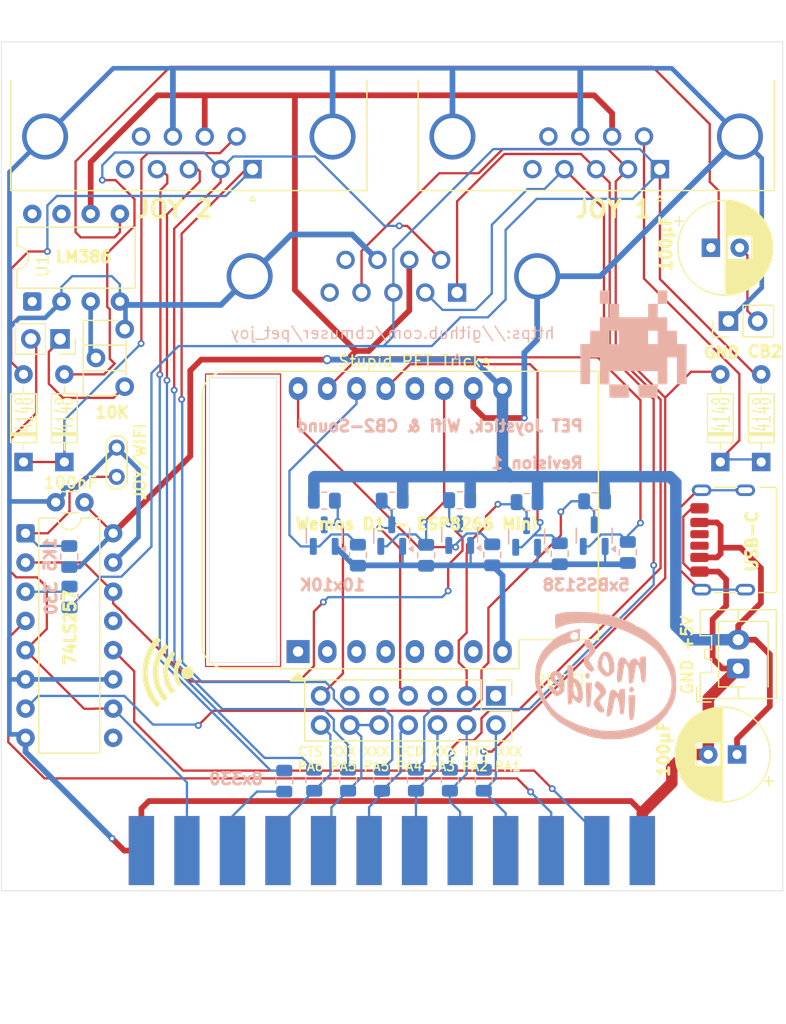
<source format=kicad_pcb>
(kicad_pcb (version 20241229) (generator "pcbnew") (generator_version "9.0")
  (layers (0 "F.Cu" signal) (2 "B.Cu" signal) (13 "F.Paste" user) (15 "B.Paste" user) (5 "F.SilkS" user "F.Silkscreen") (7 "B.SilkS" user "B.Silkscreen") (1 "F.Mask" user) (3 "B.Mask" user) (25 "Edge.Cuts" user))
  (net 0 "")
  (net 1 "GND")
  (net 2 "Net-(D1-K)")
  (net 3 "VCC")
  (net 4 "Net-(D3-A)")
  (net 5 "Net-(D3-K)")
  (net 8 "Net-(J3-Pad4)")
  (net 10 "Net-(J3-Pad3)")
  (net 11 "Net-(JP2-B)")
  (net 13 "Net-(U2-I1a)")
  (net 14 "PA3")
  (net 15 "SOUND")
  (net 16 "MODEM_TX")
  (net 17 "MODEM_RX")
  (net 19 "VDD")
  (net 21 "RX")
  (net 22 "TX")
  (net 23 "PA2")
  (net 29 "PA1")
  (net 30 "PA0")
  (net 31 "PA5")
  (net 32 "CB2")
  (net 34 "PA4")
  (net 35 "CA1")
  (net 38 "PA6")
  (net 39 "PA7")
  (net 41 "unconnected-(J4-SHIELD-PadS1)")
  (net 46 "CTS_H")
  (net 47 "DCD_H")
  (net 49 "RTS_H")
  (net 50 "CTS")
  (net 51 "RTS")
  (net 52 "DCD")
  (net 63 "_PA1")
  (net 64 "_PA0")
  (net 65 "_PA5")
  (net 66 "_PA2")
  (net 67 "_PA3")
  (net 71 "Net-(C3-Pad1)")
  (net 72 "Net-(J7-Pin_2)")
  (net 73 "Net-(U1-+)")
  (net 74 "Net-(J8-Pin_1)")
  (footprint "Connector_USB:USB_C_Receptacle_HRO_TYPE-C-31-M-17" (layer "F.Cu") (at 132.14 104.5 90)
    (property "Reference" "J4" (hide yes))
    (property "Value" "USB_C_Receptacle_PowerOnly_6P" (hide yes))
  )
  (footprint "Diode_THT:D_DO-35_SOD27_P7.62mm_Horizontal" (layer "F.Cu") (at 70.175 97.725 90)
    (property "Reference" "D3" (hide yes))
    (property "Value" "1N4148" (hide yes))
  )
  (footprint "Diode_THT:D_DO-35_SOD27_P7.62mm_Horizontal" (layer "F.Cu") (at 130.775 97.725 90)
    (property "Reference" "D1" (hide yes))
    (property "Value" "1N4148" (hide yes))
  )
  (footprint "Diode_THT:D_DO-35_SOD27_P7.62mm_Horizontal" (layer "F.Cu") (at 73.725 97.725 90)
    (property "Reference" "D4" (hide yes))
    (property "Value" "1N4148" (hide yes))
  )
  (footprint "Package_DIP:DIP-8_W7.62mm" (layer "F.Cu") (at 70.935 83.775 90)
    (property "Reference" "U1")
    (property "Value" "LM386" (hide yes))
  )
  (footprint "MountingHole:MountingHole_3.2mm_M3" (layer "F.Cu") (at 132.65 130.875)
    (property "Reference" "H2" (hide yes))
    (property "Value" "MountingHole" (hide yes))
  )
  (footprint "Diode_THT:D_DO-35_SOD27_P7.62mm_Horizontal" (layer "F.Cu") (at 134.325 97.725 90)
    (property "Reference" "D2" (hide yes))
    (property "Value" "1N4148" (hide yes))
  )
  (footprint "Capacitor_THT:CP_Radial_D8.0mm_P2.50mm" (layer "F.Cu") (at 132.225 123.15 180)
    (property "Reference" "C1" (hide yes))
    (property "Value" "C_Polarized" (hide yes))
  )
  (footprint "Connector_JST:JST_XA_B02B-XASK-1-A_1x02_P2.50mm_Vertical" (layer "F.Cu") (at 132.325 115.675 90)
    (property "Reference" "J6" (hide yes))
    (property "Value" "POWER" (hide yes))
  )
  (footprint "Connector_PinSocket_2.54mm:PinSocket_1x02_P2.54mm_Vertical" (layer "F.Cu") (at 73.35 87.025 -90)
    (property "Reference" "J8" (hide yes))
    (property "Value" "CB2" (hide yes))
  )
  (footprint "Capacitor_THT:C_Disc_D3.0mm_W1.6mm_P2.50mm" (layer "F.Cu") (at 75.475 101.225 180)
    (property "Reference" "C2" (hide yes))
    (property "Value" "C_Small" (hide yes))
  )
  (footprint "MountingHole:MountingHole_3.2mm_M3" (layer "F.Cu") (at 71.825 130.9)
    (property "Reference" "H1" (hide yes))
    (property "Value" "MountingHole" (hide yes))
  )
  (footprint "TestPoint:TestPoint_2Pads_Pitch2.54mm_Drill0.8mm" (layer "F.Cu") (at 78.275 96.475 -90)
    (property "Reference" "JP2" (hide yes))
    (property "Value" "Jumper_2_Open" (hide yes))
  )
  (footprint "Connector_PinHeader_2.54mm:PinHeader_1x02_P2.54mm_Vertical" (layer "F.Cu") (at 131.475 85.475 90)
    (property "Reference" "J7" (hide yes))
    (property "Value" "CB2" (hide yes))
  )
  (footprint "Potentiometer_THT:Potentiometer_Piher_PT-6-H_Horizontal" (layer "F.Cu") (at 78.975 91.175 180)
    (property "Reference" "P1" (hide yes))
    (property "Value" "R_Potentiometer_Trim")
  )
  (footprint "Package_DIP:DIP-16_W7.62mm" (layer "F.Cu") (at 70.35 103.92)
    (property "Reference" "U2" (hide yes))
    (property "Value" "74LS157")
  )
  (footprint "Connector_Dsub:DSUB-9_Male_Horizontal_P2.77x2.84mm_EdgePinOffset4.94mm_Housed_MountingHolesOffset4.94mm" (layer "F.Cu") (at 90.09 72.270331 180)
    (property "Reference" "J3" (hide yes))
    (property "Value" "Joystick 2" (hide yes))
  )
  (footprint "Hackup_Commodore:C64-User-Port-Female" (layer "F.Cu") (at 102.205 134.5)
    (property "Reference" "U3" (hide yes))
    (property "Value" "~")
  )
  (footprint "LOGO" (layer "F.Cu") (at 82.75 115.975 90)
    (property "Reference" "G***" (hide yes))
    (property "Value" "LOGO" (hide yes))
  )
  (footprint "Capacitor_THT:CP_Radial_D8.0mm_P2.50mm" (layer "F.Cu") (at 129.95 79.1)
    (property "Reference" "C3" (hide yes))
    (property "Value" "220µF" (hide yes))
  )
  (footprint "Connector_PinHeader_2.54mm:PinHeader_2x07_P2.54mm_Vertical" (layer "F.Cu") (at 111.25 118.05 -90)
    (property "Reference" "J1" (hide yes))
    (property "Value" "Conn_02x07_Odd_Even" (hide yes))
  )
  (footprint "Connector_Dsub:DSUB-9_Male_Horizontal_P2.77x2.84mm_EdgePinOffset4.94mm_Housed_MountingHolesOffset4.94mm" (layer "F.Cu") (at 125.515 72.270331 180)
    (property "Reference" "J2" (hide yes))
    (property "Value" "Joystick 1" (hide yes))
  )
  (footprint "RF_Module:WEMOS_D1_mini_light" (layer "F.Cu") (at 94.05 114.2 90)
    (property "Reference" "U4" (hide yes))
    (property "Value" "WEMOS_D1_mini" (hide yes))
  )
  (footprint "Package_TO_SOT_SMD:SOT-23" (layer "B.Cu") (at 102.195 104.1175 90)
    (property "Reference" "Q7" (hide yes))
    (property "Value" "BSS138" (hide yes))
  )
  (footprint "Resistor_SMD:R_0805_2012Metric" (layer "B.Cu") (at 96.3375 101.0875)
    (property "Reference" "R13" (hide yes))
    (property "Value" "R" (hide yes))
  )
  (footprint "Resistor_SMD:R_0805_2012Metric" (layer "B.Cu") (at 119.8375 101.1375 180)
    (property "Reference" "R9" (hide yes))
    (property "Value" "R")
  )
  (footprint "Resistor_SMD:R_0805_2012Metric" (layer "B.Cu") (at 108.1075 101.0475 180)
    (property "Reference" "R11" (hide yes))
    (property "Value" "R")
  )
  (footprint "Package_TO_SOT_SMD:SOT-23" (layer "B.Cu") (at 96.325 104.125 90)
    (property "Reference" "Q5" (hide yes))
    (property "Value" "BSS138" (hide yes))
  )
  (footprint "Resistor_SMD:R_0805_2012Metric" (layer "B.Cu") (at 99.255 105.825 90)
    (property "Reference" "R14" (hide yes))
    (property "Value" "R")
  )
  (footprint "Package_TO_SOT_SMD:SOT-23" (layer "B.Cu") (at 113.925 104.2 90)
    (property "Reference" "Q6" (hide yes))
    (property "Value" "BSS138" (hide yes))
  )
  (footprint "Resistor_SMD:R_0805_2012Metric" (layer "B.Cu") (at 110.935 105.795 90)
    (property "Reference" "R12" (hide yes))
    (property "Value" "R")
  )
  (footprint "Resistor_SMD:R_0805_2012Metric" (layer "B.Cu") (at 92.85 125.4625 -90)
    (property "Reference" "R8" (hide yes))
    (property "Value" "330" (hide yes))
  )
  (footprint "Connector_Dsub:DSUB-9_Female_Vertical_P2.77x2.84mm_MountingHoles" (layer "B.Cu") (at 107.88 82.995)
    (property "Reference" "J5" (hide yes))
    (property "Value" "Joystick 1" (hide yes))
  )
  (footprint "Resistor_SMD:R_0805_2012Metric" (layer "B.Cu") (at 102.235 101.0875 180)
    (property "Reference" "R21" (hide yes))
    (property "Value" "R")
  )
  (footprint "Resistor_SMD:R_0805_2012Metric" (layer "B.Cu") (at 101.35 125.3875 -90)
    (property "Reference" "R5" (hide yes))
    (property "Value" "330" (hide yes))
  )
  (footprint "Resistor_SMD:R_0805_2012Metric" (layer "B.Cu") (at 122.725 105.5875 90)
    (property "Reference" "R10" (hide yes))
    (property "Value" "R")
  )
  (footprint "Resistor_SMD:R_0805_2012Metric" (layer "B.Cu") (at 104.3 125.3875 -90)
    (property "Reference" "R4" (hide yes))
    (property "Value" "330" (hide yes))
  )
  (footprint "Resistor_SMD:R_0805_2012Metric" (layer "B.Cu") (at 116.8 105.7 90)
    (property "Reference" "R20" (hide yes))
    (property "Value" "R")
  )
  (footprint "Resistor_SMD:R_0805_2012Metric" (layer "B.Cu") (at 74.175 109.4625 90)
    (property "Reference" "R1" (hide yes))
    (property "Value" "330")
  )
  (footprint "Resistor_SMD:R_0805_2012Metric" (layer "B.Cu") (at 107.25 125.3875 -90)
    (property "Reference" "R3" (hide yes))
    (property "Value" "330" (hide yes))
  )
  (footprint "Resistor_SMD:R_0805_2012Metric" (layer "B.Cu") (at 110.2 125.3875 -90)
    (property "Reference" "R2" (hide yes))
    (property "Value" "330" (hide yes))
  )
  (footprint "Resistor_SMD:R_0805_2012Metric" (layer "B.Cu") (at 105.185 105.835 90)
    (property "Reference" "R22" (hide yes))
    (property "Value" "R")
  )
  (footprint "LOGO" (layer "B.Cu") (at 123.225 87.475 180)
    (property "Reference" "G***" (hide yes))
    (property "Value" "LOGO" (hide yes))
  )
  (footprint "Logo:GMP" (layer "B.Cu") (at 120.761643 116.310477 180)
    (property "Reference" "G***" (hide yes))
    (property "Value" "LOGO" (hide yes))
  )
  (footprint "Resistor_SMD:R_0805_2012Metric" (layer "B.Cu") (at 98.4 125.3875 -90)
    (property "Reference" "R6" (hide yes))
    (property "Value" "330" (hide yes))
  )
  (footprint "Package_TO_SOT_SMD:SOT-23" (layer "B.Cu") (at 119.8 104.125 90)
    (property "Reference" "Q3" (hide yes))
    (property "Value" "BSS138" (hide yes))
  )
  (footprint "Package_TO_SOT_SMD:SOT-23" (layer "B.Cu") (at 108.105 104.04 90)
    (property "Reference" "Q4" (hide yes))
    (property "Value" "BSS138" (hide yes))
  )
  (footprint "Resistor_SMD:R_0805_2012Metric" (layer "B.Cu") (at 95.45 125.3875 -90)
    (property "Reference" "R7" (hide yes))
    (property "Value" "330" (hide yes))
  )
  (footprint "Resistor_SMD:R_0805_2012Metric" (layer "B.Cu") (at 113.9625 101.2125 180)
    (property "Reference" "R19" (hide yes))
    (property "Value" "R")
  )
  (footprint "Resistor_SMD:R_0805_2012Metric" (layer "B.Cu") (at 74.155 105.9375 90)
    (property "Reference" "R15" (hide yes))
    (property "Value" "2K" (hide yes))
  )
  (gr_rect (start 86 90.075) (end 92.525 115.5) (stroke (width 0.1)) (fill no) (layer "F.Cu"))
  (gr_line (start 68.25 135) (end 68.25 61.2) (stroke (width 0.05)) (layer "Edge.Cuts"))
  (gr_line (start 136.2 135) (end 136.2 61.2) (stroke (width 0.05)) (layer "Edge.Cuts"))
  (gr_line (start 68.25 61.2) (end 136.2 61.2) (stroke (width 0.05)) (layer "Edge.Cuts"))
  (gr_rect (start 86.35 90.4) (end 92.2 115.15) (stroke (width 0.05)) (fill no) (layer "Edge.Cuts"))
  (gr_line (start 68.25 135) (end 136.2 135) (stroke (width 0.05)) (layer "Edge.Cuts"))
  (gr_text "USB-C" (at 134.1 107.4 90) (layer "F.SilkS") (effects (font (size 1 1) (thickness 0.25) (bold yes)) (justify left bottom)))
  (gr_text "JOY 2" (at 79.8 76.6 0) (layer "F.SilkS") (effects (font (size 1.5 1.5) (thickness 0.3) (bold yes)) (justify left bottom)))
  (gr_text "JOY 1" (at 117.975 76.625 0) (layer "F.SilkS") (effects (font (size 1.5 1.5) (thickness 0.3) (bold yes)) (justify left bottom)))
  (gr_text "100µF" (at 126.425 125.225 90) (layer "F.SilkS") (effects (font (size 1 1) (thickness 0.25) (bold yes)) (justify left bottom)))
  (gr_text "LM386" (at 72.825 80.475 0) (layer "F.SilkS") (effects (font (size 1 1) (thickness 0.25) (bold yes)) (justify left bottom)))
  (gr_text "4148" (at 74.625 95.2 90) (layer "F.SilkS") (effects (font (size 1.5 0.8) (thickness 0.125)) (justify left bottom)))
  (gr_text "Wemos D1 - ESP8266 Mini" (at 93.7 103.7 0) (layer "F.SilkS") (effects (font (size 1 1) (thickness 0.25) (bold yes)) (justify left bottom)))
  (gr_text "CTS XXX XXX DCD XXX RTS XXX\nPA6 PA5 PA5 PA4 PA3 PA2 PA1" (at 93.925 124.65 0) (layer "F.SilkS") (effects (font (size 0.8 0.8)) (justify left bottom)))
  (gr_text "4148" (at 135.275 95.2 90) (layer "F.SilkS") (effects (font (size 1.5 0.8) (thickness 0.125)) (justify left bottom)))
  (gr_text "100µF" (at 126.625 81.275 90) (layer "F.SilkS") (effects (font (size 1 1) (thickness 0.25) (bold yes)) (justify left bottom)))
  (gr_text "CB2" (at 133 88.7 0) (layer "F.SilkS") (effects (font (size 1 1) (thickness 0.25) (bold yes)) (justify left bottom)))
  (gr_text "JOY/WIFI " (at 80.9 101.175 90) (layer "F.SilkS") (effects (font (size 1 1) (thickness 0.2) (bold yes)) (justify left bottom)))
  (gr_text "10K" (at 76.275 94 0) (layer "F.SilkS") (effects (font (size 1 1) (thickness 0.25) (bold yes)) (justify left bottom)))
  (gr_text "Stupid PET Tricks" (at 97.475 89.55 0) (layer "F.SilkS") (effects (font (size 1 1)) (justify left bottom)))
  (gr_text "GND +5V" (at 128.475 118.075 90) (layer "F.SilkS") (effects (font (size 1 1) (thickness 0.2) (bold yes)) (justify left bottom)))
  (gr_text "4148" (at 131.725 95.2 90) (layer "F.SilkS") (effects (font (size 1.5 0.8) (thickness 0.125)) (justify left bottom)))
  (gr_text "100nF" (at 71.825 100.1 0) (layer "F.SilkS") (effects (font (size 1 1) (thickness 0.1875)) (justify left bottom)))
  (gr_text "RESET" (at 114.475 117.325 0) (layer "F.SilkS") (effects (font (size 1 1)) (justify left bottom)))
  (gr_text "74LS257" (at 74.8 115.55 90) (layer "F.SilkS") (effects (font (size 1 1) (thickness 0.25) (bold yes)) (justify left bottom)))
  (gr_text "GND" (at 129.2 88.8 0) (layer "F.SilkS") (effects (font (size 1 1) (thickness 0.25) (bold yes)) (justify left bottom)))
  (gr_text "4148" (at 71.125 95.2 90) (layer "F.SilkS") (effects (font (size 1.5 0.8) (thickness 0.125)) (justify left bottom)))
  (gr_text "330" (at 73.15 107.975 90) (layer "B.SilkS") (effects (font (size 1 1) (thickness 0.25) (bold yes)) (justify left bottom mirror)))
  (gr_text "https://github.com/cbmuser/pet_joy" (at 116.45 87.1 0) (layer "B.SilkS") (effects (font (size 1 1) (thickness 0.125)) (justify left bottom mirror)))
  (gr_text "PET Joystick, Wifi & CB2-Sound\n\nRevision 1" (at 118.95 98.4 0) (layer "B.SilkS") (effects (font (size 1 1) (thickness 0.25) (bold yes)) (justify left bottom mirror)))
  (gr_text "1K5\n" (at 73.075 104.15 90) (layer "B.SilkS") (effects (font (size 1 1) (thickness 0.25) (bold yes)) (justify left bottom mirror)))
  (gr_text "5xBSS138" (at 123.025 109 0) (layer "B.SilkS") (effects (font (size 1 1) (thickness 0.25) (bold yes)) (justify left bottom mirror)))
  (gr_text "10x10K" (at 100 109 0) (layer "B.SilkS") (effects (font (size 1 1) (thickness 0.25) (bold yes)) (justify left bottom mirror)))
  (gr_text "8x330" (at 91.125 125.85 0) (layer "B.SilkS") (effects (font (size 1 1) (thickness 0.25) (bold yes)) (justify left bottom mirror)))
  (segment (start 126.55 125.625) (end 126.55 124.3) (width 1) (layer "F.Cu") (net 1))
  (segment (start 113.725 93.9) (end 110.25 93.9) (width 0.5) (layer "F.Cu") (net 1))
  (segment (start 131.275 110.225) (end 130.1 111.4) (width 0.5) (layer "F.Cu") (net 1))
  (segment (start 78.925 131.5) (end 77.875 130.45) (width 0.5) (layer "F.Cu") (net 1))
  (segment (start 128.96 101.75) (end 128.275 101.75) (width 0.2) (layer "F.Cu") (net 1))
  (segment (start 123.985 128.19) (end 122.995 127.2) (width 0.5) (layer "F.Cu") (net 1))
  (segment (start 81.075 127.2) (end 80.425 127.85) (width 0.5) (layer "F.Cu") (net 1))
  (segment (start 130.1 111.4) (end 130.1 114.825) (width 0.5) (layer "F.Cu") (net 1))
  (segment (start 127.55 102.475) (end 127.55 106.525) (width 0.2) (layer "F.Cu") (net 1))
  (segment (start 80.425 127.85) (end 80.425 131.5) (width 0.5) (layer "F.Cu") (net 1))
  (segment (start 129.725 123.15) (end 129.725 118.275) (width 1) (layer "F.Cu") (net 1))
  (segment (start 110.25 93.9) (end 109.29 92.94) (width 0.5) (layer "F.Cu") (net 1))
  (segment (start 127.55 106.525) (end 128.275 107.25) (width 0.2) (layer "F.Cu") (net 1))
  (segment (start 130.1 114.825) (end 130.95 115.675) (width 0.5) (layer "F.Cu") (net 1))
  (segment (start 123.985 131.5) (end 123.985 128.19) (width 1) (layer "F.Cu") (net 1))
  (segment (start 127.7 123.15) (end 129.725 123.15) (width 1) (layer "F.Cu") (net 1))
  (segment (start 129.725 118.275) (end 132.325 115.675) (width 1) (layer "F.Cu") (net 1))
  (segment (start 130.95 115.675) (end 132.325 115.675) (width 0.5) (layer "F.Cu") (net 1))
  (segment (start 128.275 101.75) (end 127.55 102.475) (width 0.2) (layer "F.Cu") (net 1))
  (segment (start 123.985 128.19) (end 126.55 125.625) (width 1) (layer "F.Cu") (net 1))
  (segment (start 128.275 107.25) (end 128.96 107.25) (width 0.2) (layer "F.Cu") (net 1))
  (segment (start 126.55 124.3) (end 127.7 123.15) (width 1) (layer "F.Cu") (net 1))
  (segment (start 128.96 107.25) (end 130.6 107.25) (width 0.5) (layer "F.Cu") (net 1))
  (segment (start 131.275 107.925) (end 131.275 110.225) (width 0.5) (layer "F.Cu") (net 1))
  (segment (start 80.425 131.5) (end 78.925 131.5) (width 0.5) (layer "F.Cu") (net 1))
  (segment (start 122.995 127.2) (end 81.075 127.2) (width 0.5) (layer "F.Cu") (net 1))
  (segment (start 130.6 107.25) (end 131.275 107.925) (width 0.5) (layer "F.Cu") (net 1))
  (segment (start 109.29 92.94) (end 109.29 91.34) (width 0.5) (layer "F.Cu") (net 1))
  (via (at 113.725 93.9) (size 0.6) (drill 0.3) (layers "F.Cu" "B.Cu") (net 1))
  (via (at 77.875 130.45) (size 0.6) (drill 0.3) (layers "F.Cu" "B.Cu") (net 1))
  (segment (start 78.555 83.775) (end 78.555 82.28) (width 0.2) (layer "B.Cu") (net 1))
  (segment (start 73.475 82.5) (end 73.475 83.775) (width 0.2) (layer "B.Cu") (net 1))
  (segment (start 68.971 116.62) (end 68.951 116.6) (width 0.4) (layer "B.Cu") (net 1))
  (segment (start 113.725 88.225) (end 113.725 93.9) (width 0.5) (layer "B.Cu") (net 1))
  (segment (start 78.555 83.775) (end 78.85 84.07) (width 0.5) (layer "B.Cu") (net 1))
  (segment (start 114.84 81.575) (end 120.330331 81.575) (width 0.5) (layer "B.Cu") (net 1))
  (segment (start 134.375 82.575) (end 131.475 85.475) (width 0.4) (layer "B.Cu") (net 1))
  (segment (start 79.04 84.26) (end 78.555 83.775) (width 0.2) (layer "B.Cu") (net 1))
  (segment (start 134.375 71.330331) (end 134.375 82.575) (width 0.4) (layer "B.Cu") (net 1))
  (segment (start 87.345 84.07) (end 89.84 81.575) (width 0.5) (layer "B.Cu") (net 1))
  (segment (start 70.35 116.62) (end 77.97 116.62) (width 0.4) (layer "B.Cu") (net 1))
  (segment (start 68.951 86.059) (end 68.951 72.529331) (width 0.4) (layer "B.Cu") (net 1))
  (segment (start 120.330331 81.575) (end 132.475 69.430331) (width 0.5) (layer "B.Cu") (net 1))
  (segment (start 68.951 101.125) (end 68.951 116.6) (width 0.4) (layer "B.Cu") (net 1))
  (segment (start 70.35 116.62) (end 68.971 116.62) (width 0.4) (layer "B.Cu") (net 1))
  (segment (start 68.951 86.059) (end 69.81 85.2) (width 0.4) (layer "B.Cu") (net 1))
  (segment (start 98.75 77.95) (end 93.465 77.95) (width 0.5) (layer "B.Cu") (net 1))
  (segment (start 126.544669 63.5) (end 132.475 69.430331) (width 0.4) (layer "B.Cu") (net 1))
  (segment (start 107.475 69.430331) (end 107.475 63.8) (width 0.5) (layer "B.Cu") (net 1))
  (segment (start 68.951 121.4) (end 70.05 121.4) (width 0.4) (layer "B.Cu") (net 1))
  (segment (start 69.81 85.2) (end 72.05 85.2) (width 0.4) (layer "B.Cu") (net 1))
  (segment (start 73.651 99.949) (end 73.651 100.549) (width 0.4) (layer "B.Cu") (net 1))
  (segment (start 78.555 82.28) (end 77.85 81.575) (width 0.2) (layer "B.Cu") (net 1))
  (segment (start 134.375 71.330331) (end 132.475 69.430331) (width 0.4) (layer "B.Cu") (net 1))
  (segment (start 118.59 69.430331) (end 118.59 63.79) (width 0.5) (layer "B.Cu") (net 1))
  (segment (start 74.801 99.949) (end 78.275 96.475) (width 0.4) (layer "B.Cu") (net 1))
  (segment (start 74.4 81.575) (end 73.475 82.5) (width 0.2) (layer "B.Cu") (net 1))
  (segment (start 68.951 72.529331) (end 72.05 69.430331) (width 0.4) (layer "B.Cu") (net 1))
  (segment (start 77.980331 63.5) (end 97.15 63.5) (width 0.4) (layer "B.Cu") (net 1))
  (segment (start 79.04 86.285) (end 79.04 84.26) (width 0.4) (layer "B.Cu") (net 1))
  (segment (start 73.651 99.949) (end 74.801 99.949) (width 0.4) (layer "B.Cu") (net 1))
  (segment (start 77.97 106.46) (end 80.175 104.255) (width 0.4) (layer "B.Cu") (net 1))
  (segment (start 68.976 101.15) (end 68.951 101.125) (width 0.4) (layer "B.Cu") (net 1))
  (segment (start 68.951 116.6) (end 68.951 121.4) (width 0.4) (layer "B.Cu") (net 1))
  (segment (start 100.955 80.155) (end 98.75 77.95) (width 0.5) (layer "B.Cu") (net 1))
  (segment (start 83.165 69.430331) (end 83.165 63.775) (width 0.5) (layer "B.Cu") (net 1))
  (segment (start 72.05 85.2) (end 73.475 83.775) (width 0.4) (layer "B.Cu") (net 1))
  (segment (start 72.05 69.430331) (end 77.980331 63.5) (width 0.4) (layer "B.Cu") (net 1))
  (segment (start 70.05 121.4) (end 70.35 121.7) (width 0.4) (layer "B.Cu") (net 1))
  (segment (start 114.84 87.11) (end 114.84 81.575) (width 0.5) (layer "B.Cu") (net 1))
  (segment (start 97.15 63.5) (end 126.544669 63.5) (width 0.4) (layer "B.Cu") (net 1))
  (segment (start 68.951 86.059) (end 68.951 101.125) (width 0.4) (layer "B.Cu") (net 1))
  (segment (start 78.85 84.07) (end 87.345 84.07) (width 0.5) (layer "B.Cu") (net 1))
  (segment (start 73.651 100.549) (end 72.975 101.225) (width 0.4) (layer "B.Cu") (net 1))
  (segment (start 77.85 81.575) (end 74.4 81.575) (width 0.2) (layer "B.Cu") (net 1))
  (segment (start 80.175 104.255) (end 80.175 98.375) (width 0.4) (layer "B.Cu") (net 1))
  (segment (start 72.9 101.15) (end 68.976 101.15) (width 0.4) (layer "B.Cu") (net 1))
  (segment (start 97.05 69.430331) (end 97.05 63.6) (width 0.5) (layer "B.Cu") (net 1))
  (segment (start 113.725 88.225) (end 114.84 87.11) (width 0.5) (layer "B.Cu") (net 1))
  (segment (start 72.9 101.15) (end 72.975 101.225) (width 0.4) (layer "B.Cu") (net 1))
  (segment (start 80.175 98.375) (end 78.275 96.475) (width 0.4) (layer "B.Cu") (net 1))
  (segment (start 77.875 130.45) (end 70.35 122.925) (width 0.5) (layer "B.Cu") (net 1))
  (segment (start 70.35 122.925) (end 70.35 121.7) (width 0.5) (layer "B.Cu") (net 1))
  (segment (start 93.465 77.95) (end 89.84 81.575) (width 0.5) (layer "B.Cu") (net 1))
  (segment (start 132.425 90.075) (end 124.13 81.78) (width 0.2) (layer "F.Cu") (net 2))
  (segment (start 124.13 81.78) (end 124.13 69.430331) (width 0.2) (layer "F.Cu") (net 2))
  (segment (start 132.425 95.85) (end 132.425 90.075) (width 0.2) (layer "F.Cu") (net 2))
  (segment (start 130.775 97.5) (end 132.425 95.85) (width 0.2) (layer "F.Cu") (net 2))
  (segment (start 130.775 97.5) (end 134.325 97.5) (width 0.2) (layer "B.Cu") (net 2))
  (segment (start 130.48 102.98) (end 130.8 103.3) (width 0.5) (layer "F.Cu") (net 3))
  (segment (start 76.015 71.66) (end 81.825 65.85) (width 0.5) (layer "F.Cu") (net 3))
  (segment (start 132.225 121.8) (end 135.075 118.95) (width 0.5) (layer "F.Cu") (net 3))
  (segment (start 100.201 88.074) (end 103.725 84.55) (width 0.5) (layer "F.Cu") (net 3))
  (segment (start 85.935 65.935) (end 85.935 69.430331) (width 0.5) (layer "F.Cu") (net 3))
  (segment (start 75.475 101.425) (end 75.475 101.225) (width 0.2) (layer "F.Cu") (net 3))
  (segment (start 99.076768 88.074) (end 93.775 82.772232) (width 0.5) (layer "F.Cu") (net 3))
  (segment (start 133.8 113.175) (end 132.325 113.175) (width 0.5) (layer "F.Cu") (net 3))
  (segment (start 132.525 105.175) (end 130.8 105.175) (width 0.5) (layer "F.Cu") (net 3))
  (segment (start 128.96 102.98) (end 130.48 102.98) (width 0.5) (layer "F.Cu") (net 3))
  (segment (start 77.97 103.92) (end 75.475 101.425) (width 0.2) (layer "F.Cu") (net 3))
  (segment (start 93.775 82.772232) (end 93.775 65.85) (width 0.5) (layer "F.Cu") (net 3))
  (segment (start 130.8 103.3) (end 130.8 105.175) (width 0.5) (layer "F.Cu") (net 3))
  (segment (start 134.3 109.975) (end 134.3 106.95) (width 0.5) (layer "F.Cu") (net 3))
  (segment (start 98.325768 88.825) (end 99.076768 88.074) (width 0.5) (layer "F.Cu") (net 3))
  (segment (start 132.325 113.175) (end 132.325 111.95) (width 0.5) (layer "F.Cu") (net 3))
  (segment (start 96.575 88.825) (end 98.325768 88.825) (width 0.5) (layer "F.Cu") (net 3))
  (segment (start 85.85 65.85) (end 93.775 65.85) (width 0.5) (layer "F.Cu") (net 3))
  (segment (start 121.36 67.41) (end 121.36 69.430331) (width 0.5) (layer "F.Cu") (net 3))
  (segment (start 84.676 97.214) (end 84.676 89.774) (width 0.5) (layer "F.Cu") (net 3))
  (segment (start 135.075 118.95) (end 135.075 114.45) (width 0.5) (layer "F.Cu") (net 3))
  (segment (start 85.935 69.89) (end 85.935 69.430331) (width 0.2) (layer "F.Cu") (net 3))
  (segment (start 135.075 114.45) (end 133.8 113.175) (width 0.5) (layer "F.Cu") (net 3))
  (segment (start 81.825 65.85) (end 85.85 65.85) (width 0.5) (layer "F.Cu") (net 3))
  (segment (start 103.725 84.55) (end 103.725 80.155) (width 0.5) (layer "F.Cu") (net 3))
  (segment (start 119.8 65.85) (end 121.36 67.41) (width 0.5) (layer "F.Cu") (net 3))
  (segment (start 99.076768 88.074) (end 100.201 88.074) (width 0.5) (layer "F.Cu") (net 3))
  (segment (start 85.85 65.85) (end 85.935 65.935) (width 0.5) (layer "F.Cu") (net 3))
  (segment (start 85.625 88.825) (end 96.575 88.825) (width 0.5) (layer "F.Cu") (net 3))
  (segment (start 77.97 103.92) (end 84.676 97.214) (width 0.5) (layer "F.Cu") (net 3))
  (segment (start 93.775 65.85) (end 104.104331 65.85) (width 0.5) (layer "F.Cu") (net 3))
  (segment (start 76.015 76.155) (end 76.015 71.66) (width 0.5) (layer "F.Cu") (net 3))
  (segment (start 130.48 106.02) (end 128.96 106.02) (width 0.5) (layer "F.Cu") (net 3))
  (segment (start 132.225 123.15) (end 132.225 121.8) (width 0.5) (layer "F.Cu") (net 3))
  (segment (start 130.8 105.7) (end 130.48 106.02) (width 0.5) (layer "F.Cu") (net 3))
  (segment (start 84.676 89.774) (end 85.625 88.825) (width 0.5) (layer "F.Cu") (net 3))
  (segment (start 130.8 105.175) (end 130.8 105.7) (width 0.5) (layer "F.Cu") (net 3))
  (segment (start 104.104331 65.85) (end 119.8 65.85) (width 0.5) (layer "F.Cu") (net 3))
  (segment (start 134.3 106.95) (end 132.525 105.175) (width 0.5) (layer "F.Cu") (net 3))
  (segment (start 132.325 111.95) (end 134.3 109.975) (width 0.5) (layer "F.Cu") (net 3))
  (via (at 96.575 88.825) (size 0.8) (drill 0.5) (layers "F.Cu" "B.Cu") (net 3))
  (segment (start 109.315 88.825) (end 111.83 91.34) (width 0.5) (layer "B.Cu") (net 3))
  (segment (start 75.04 106.85) (end 77.97 103.92) (width 0.4) (layer "B.Cu") (net 3))
  (segment (start 109.25 99) (end 95.475 99) (width 1) (layer "B.Cu") (net 3))
  (segment (start 126.9 111.975) (end 128.1 113.175) (width 1) (layer "B.Cu") (net 3))
  (segment (start 114.875 99.05) (end 114.875 101.2125) (width 1) (layer "B.Cu") (net 3))
  (segment (start 120.6 99) (end 126.375 99) (width 1) (layer "B.Cu") (net 3))
  (segment (start 112.525 99) (end 109.25 99) (width 1) (layer "B.Cu") (net 3))
  (segment (start 95.475 99) (end 95.425 99.05) (width 1) (layer "B.Cu") (net 3))
  (segment (start 111.83 91.34) (end 111.83 98.305) (width 1) (layer "B.Cu") (net 3))
  (segment (start 96.575 88.825) (end 109.315 88.825) (width 0.5) (layer "B.Cu") (net 3))
  (segment (start 120.6 99) (end 120.75 101.1375) (width 1) (layer "B.Cu") (net 3))
  (segment (start 120.6 99) (end 115.55 99) (width 1) (layer "B.Cu") (net 3))
  (segment (start 115.55 99) (end 114.925 99) (width 1) (layer "B.Cu") (net 3))
  (segment (start 111.83 98.305) (end 112.525 99) (width 1) (layer "B.Cu") (net 3))
  (segment (start 95.425 99.05) (end 95.425 101.0875) (width 1) (layer "B.Cu") (net 3))
  (segment (start 74.155 106.85) (end 75.04 106.85) (width 0.4) (layer "B.Cu") (net 3))
  (segment (start 114.925 99) (end 112.525 99) (width 1) (layer "B.Cu") (net 3))
  (segment (start 128.1 113.175) (end 132.325 113.175) (width 1) (layer "B.Cu") (net 3))
  (segment (start 109.02 101.0475) (end 109.02 99.23) (width 1) (layer "B.Cu") (net 3))
  (segment (start 126.375 99) (end 126.9 99.525) (width 1) (layer "B.Cu") (net 3))
  (segment (start 103.1475 101.0875) (end 103.1475 99.5525) (width 1) (layer "B.Cu") (net 3))
  (segment (start 126.9 99.525) (end 126.9 111.975) (width 1) (layer "B.Cu") (net 3))
  (segment (start 109.02 99.23) (end 109.25 99) (width 1) (layer "B.Cu") (net 3))
  (segment (start 114.925 99) (end 114.875 99.05) (width 1) (layer "B.Cu") (net 3))
  (segment (start 70.6 79.425) (end 72.25 79.425) (width 0.2) (layer "F.Cu") (net 4))
  (segment (start 83.925 77.875) (end 89.529669 72.270331) (width 0.2) (layer "F.Cu") (net 4))
  (segment (start 83.925 92.275) (end 83.925 77.875) (width 0.2) (layer "F.Cu") (net 4))
  (segment (start 89.529669 72.270331) (end 90.09 72.270331) (width 0.2) (layer "F.Cu") (net 4))
  (segment (start 70.175 90.105) (end 69.1 89.03) (width 0.2) (layer "F.Cu") (net 4))
  (segment (start 69.1 89.03) (end 69.1 80.925) (width 0.2) (layer "F.Cu") (net 4))
  (segment (start 69.1 80.925) (end 70.6 79.425) (width 0.2) (layer "F.Cu") (net 4))
  (via (at 72.25 79.425) (size 0.6) (drill 0.3) (layers "F.Cu" "B.Cu") (net 4))
  (via (at 83.925 92.275) (size 0.6) (drill 0.3) (layers "F.Cu" "B.Cu") (net 4))
  (segment (start 101.35 124.475) (end 102.241 123.584) (width 0.2) (layer "B.Cu") (net 4))
  (segment (start 97.161 117.57324) (end 96.43776 116.85) (width 0.2) (layer "B.Cu") (net 4))
  (segment (start 101.56676 119.201) (end 98.07324 119.201) (width 0.2) (layer "B.Cu") (net 4))
  (segment (start 73.075 74.6) (end 72.25 75.425) (width 0.2) (layer "B.Cu") (net 4))
  (segment (start 90.09 72.270331) (end 87.760331 74.6) (width 0.2) (layer "B.Cu") (net 4))
  (segment (start 85.6763 116.85) (end 83.975 115.1487) (width 0.2) (layer "B.Cu") (net 4))
  (segment (start 97.161 118.28876) (end 97.161 117.57324) (width 0.2) (layer "B.Cu") (net 4))
  (segment (start 98.07324 119.201) (end 97.161 118.28876) (width 0.2) (layer "B.Cu") (net 4))
  (segment (start 96.43776 116.85) (end 85.6763 116.85) (width 0.2) (layer "B.Cu") (net 4))
  (segment (start 87.760331 74.6) (end 73.075 74.6) (width 0.2) (layer "B.Cu") (net 4))
  (segment (start 83.975 92.325) (end 83.925 92.275) (width 0.2) (layer "B.Cu") (net 4))
  (segment (start 72.25 75.425) (end 72.25 79.425) (width 0.2) (layer "B.Cu") (net 4))
  (segment (start 102.241 123.584) (end 102.241 119.87524) (width 0.2) (layer "B.Cu") (net 4))
  (segment (start 102.241 119.87524) (end 101.56676 119.201) (width 0.2) (layer "B.Cu") (net 4))
  (segment (start 83.975 115.1487) (end 83.975 92.325) (width 0.2) (layer "B.Cu") (net 4))
  (segment (start 80.975 70.875) (end 87.260331 70.875) (width 0.2) (layer "F.Cu") (net 5))
  (segment (start 80.4 87.425) (end 80.425 87.1) (width 0.2) (layer "F.Cu") (net 5))
  (segment (start 80.425 71.425) (end 80.975 70.875) (width 0.2) (layer "F.Cu") (net 5))
  (segment (start 80.425 87.1) (end 80.425 71.425) (width 0.2) (layer "F.Cu") (net 5))
  (segment (start 70.175 97.725) (end 73.725 97.725) (width 0.2) (layer "F.Cu") (net 5))
  (segment (start 87.260331 70.875) (end 88.705 69.430331) (width 0.2) (layer "F.Cu") (net 5))
  (via (at 80.4 87.425) (size 0.6) (drill 0.3) (layers "F.Cu" "B.Cu") (net 5))
  (segment (start 80.4 87.425) (end 73.725 94.1) (width 0.2) (layer "B.Cu") (net 5))
  (segment (start 73.725 94.1) (end 73.725 97.725) (width 0.2) (layer "B.Cu") (net 5))
  (segment (start 82.025 90.125) (end 82.08 90.07) (width 0.2) (layer "F.Cu") (net 8))
  (segment (start 82.120331 72.270331) (end 81.78 72.270331) (width 0.2) (layer "F.Cu") (net 8))
  (segment (start 82.675 73.5) (end 82.675 72.825) (width 0.2) (layer "F.Cu") (net 8))
  (segment (start 82.08 74.095) (end 82.675 73.5) (width 0.2) (layer "F.Cu") (net 8))
  (segment (start 82.675 72.825) (end 82.120331 72.270331) (width 0.2) (layer "F.Cu") (net 8))
  (segment (start 82.08 90.07) (end 82.08 74.095) (width 0.2) (layer "F.Cu") (net 8))
  (via (at 82.025 90.125) (size 0.6) (drill 0.3) (layers "F.Cu" "B.Cu") (net 8))
  (segment (start 82.025 114.9) (end 82.025 90.125) (width 0.2) (layer "B.Cu") (net 8))
  (segment (start 91.675 124.55) (end 82.025 114.9) (width 0.2) (layer "B.Cu") (net 8))
  (segment (start 92.85 124.55) (end 91.675 124.55) (width 0.2) (layer "B.Cu") (net 8))
  (segment (start 85.5 73.35) (end 85.5 72.45) (width 0.2) (layer "F.Cu") (net 10))
  (segment (start 82.65 76.2) (end 85.5 73.35) (width 0.2) (layer "F.Cu") (net 10))
  (segment (start 85.320331 72.270331) (end 84.55 72.270331) (width 0.2) (layer "F.Cu") (net 10))
  (segment (start 82.65 90.625) (end 82.65 76.2) (width 0.2) (layer "F.Cu") (net 10))
  (segment (start 85.5 72.45) (end 85.320331 72.270331) (width 0.2) (layer "F.Cu") (net 10))
  (via (at 82.65 90.625) (size 0.6) (drill 0.3) (layers "F.Cu" "B.Cu") (net 10))
  (segment (start 94.425 123.45) (end 95.45 124.475) (width 0.2) (layer "B.Cu") (net 10))
  (segment (start 82.65 114.9579) (end 91.1421 123.45) (width 0.2) (layer "B.Cu") (net 10))
  (segment (start 91.1421 123.45) (end 94.425 123.45) (width 0.2) (layer "B.Cu") (net 10))
  (segment (start 82.65 90.625) (end 82.65 114.9579) (width 0.2) (layer "B.Cu") (net 10))
  (segment (start 74.175 102.025) (end 74.175 100.36795) (width 0.2) (layer "F.Cu") (net 11))
  (segment (start 72.28 103.92) (end 74.175 102.025) (width 0.2) (layer "F.Cu") (net 11))
  (segment (start 74.175 100.36795) (end 75.52795 99.015) (width 0.2) (layer "F.Cu") (net 11))
  (segment (start 75.52795 99.015) (end 78.275 99.015) (width 0.2) (layer "F.Cu") (net 11))
  (segment (start 70.35 103.92) (end 72.28 103.92) (width 0.2) (layer "F.Cu") (net 11))
  (segment (start 71.455 105.025) (end 70.35 103.92) (width 0.2) (layer "B.Cu") (net 11))
  (segment (start 74.155 105.025) (end 71.455 105.025) (width 0.2) (layer "B.Cu") (net 11))
  (segment (start 70.35 109) (end 73.725 109) (width 0.2) (layer "B.Cu") (net 13))
  (segment (start 73.725 109) (end 74.175 108.55) (width 0.2) (layer "B.Cu") (net 13))
  (segment (start 106.17 124.43) (end 106.17 120.59) (width 0.2) (layer "B.Cu") (net 14))
  (segment (start 104.3 126.3) (end 104.3 131.385) (width 0.2) (layer "B.Cu") (net 14))
  (segment (start 104.3 131.385) (end 104.185 131.5) (width 0.2) (layer "B.Cu") (net 14))
  (segment (start 104.3 126.3) (end 106.17 124.43) (width 0.2) (layer "B.Cu") (net 14))
  (segment (start 108.351 105.424) (end 108.351 104.326) (width 0.2) (layer "F.Cu") (net 16))
  (segment (start 78.389 110.439) (end 78.42605 110.439) (width 0.2) (layer "F.Cu") (net 16))
  (segment (start 70.35 106.46) (end 75.43 106.46) (width 0.2) (layer "F.Cu") (net 16))
  (segment (start 79.071 111.08395) (end 79.071 111.121) (width 0.2) (layer "F.Cu") (net 16))
  (segment (start 107.1 108.925) (end 107.1 106.675) (width 0.2) (layer "F.Cu") (net 16))
  (segment (start 77.97 110.02) (end 78.389 110.439) (width 0.2) (layer "F.Cu") (net 16))
  (segment (start 107.1 106.675) (end 108.351 105.424) (width 0.2) (layer "F.Cu") (net 16))
  (segment (start 95.425 115.475001) (end 95.425 110.725) (width 0.2) (layer "F.Cu") (net 16))
  (segment (start 94.100001 116.8) (end 95.425 115.475001) (width 0.2) (layer "F.Cu") (net 16))
  (segment (start 79.071 111.121) (end 84.75 116.8) (width 0.2) (layer "F.Cu") (net 16))
  (segment (start 77.97 109) (end 77.97 110.02) (width 0.2) (layer "F.Cu") (net 16))
  (segment (start 84.75 116.8) (end 94.100001 116.8) (width 0.2) (layer "F.Cu") (net 16))
  (segment (start 108.351 104.326) (end 107.15 103.125) (width 0.2) (layer "F.Cu") (net 16))
  (segment (start 75.43 106.46) (end 77.97 109) (width 0.2) (layer "F.Cu") (net 16))
  (segment (start 78.42605 110.439) (end 79.071 111.08395) (width 0.2) (layer "F.Cu") (net 16))
  (segment (start 95.425 110.725) (end 96.25 109.9) (width 0.2) (layer "F.Cu") (net 16))
  (via (at 107.15 103.125) (size 0.6) (drill 0.3) (layers "F.Cu" "B.Cu") (net 16))
  (via (at 107.1 108.925) (size 0.6) (drill 0.3) (layers "F.Cu" "B.Cu") (net 16))
  (via (at 96.25 109.9) (size 0.6) (drill 0.3) (layers "F.Cu" "B.Cu") (net 16))
  (segment (start 96.25 109.9) (end 96.675 109.475) (width 0.2) (layer "B.Cu") (net 16))
  (segment (start 108.0825 103.125) (end 108.105 103.1025) (width 0.2) (layer "B.Cu") (net 16))
  (segment (start 106.575 109.475) (end 107.1 108.95) (width 0.2) (layer "B.Cu") (net 16))
  (segment (start 107.15 103.125) (end 108.0825 103.125) (width 0.2) (layer "B.Cu") (net 16))
  (segment (start 107.1 108.95) (end 107.1 108.925) (width 0.2) (layer "B.Cu") (net 16))
  (segment (start 107.15 103.125) (end 107.195 103.08) (width 0.2) (layer "B.Cu") (net 16))
  (segment (start 96.675 109.475) (end 106.575 109.475) (width 0.2) (layer "B.Cu") (net 16))
  (segment (start 107.195 103.08) (end 107.195 101.0475) (width 0.2) (layer "B.Cu") (net 16))
  (segment (start 116.9 102.05) (end 116.9 101.875) (width 0.2) (layer "F.Cu") (net 17))
  (segment (start 116.9 104.099943) (end 116.9 102.05) (width 0.2) (layer "F.Cu") (net 17))
  (segment (start 110 115.775) (end 110.6 115.175) (width 0.2) (layer "F.Cu") (net 17))
  (segment (start 109.03776 119.35) (end 110 118.38776) (width 0.2) (layer "F.Cu") (net 17))
  (segment (start 85.375 120.625) (end 86.65 119.35) (width 0.2) (layer "F.Cu") (net 17))
  (segment (start 110.6 115.175) (end 110.6 110.399943) (width 0.2) (layer "F.Cu") (net 17))
  (segment (start 110.6 110.399943) (end 116.9 104.099943) (width 0.2) (layer "F.Cu") (net 17))
  (segment (start 86.65 119.35) (end 109.03776 119.35) (width 0.2) (layer "F.Cu") (net 17))
  (segment (start 110 118.38776) (end 110 115.775) (width 0.2) (layer "F.Cu") (net 17))
  (via (at 85.375 120.625) (size 0.6) (drill 0.3) (layers "F.Cu" "B.Cu") (net 17))
  (via (at 116.9 102.05) (size 0.6) (drill 0.3) (layers "F.Cu" "B.Cu") (net 17))
  (segment (start 70.35 119.16) (end 71.451 118.059) (width 0.2) (layer "B.Cu") (net 17))
  (segment (start 116.9 102.05) (end 117.8125 101.1375) (width 0.2) (layer "B.Cu") (net 17))
  (segment (start 85.299 120.549) (end 85.375 120.625) (width 0.2) (layer "B.Cu") (net 17))
  (segment (start 117.8125 101.1375) (end 118.925 101.1375) (width 0.2) (layer "B.Cu") (net 17))
  (segment (start 119.8 102.0125) (end 118.925 101.1375) (width 0.2) (layer "B.Cu") (net 17))
  (segment (start 119.8 103.1875) (end 119.8 102.0125) (width 0.2) (layer "B.Cu") (net 17))
  (segment (start 78.947 118.059) (end 81.437 120.549) (width 0.2) (layer "B.Cu") (net 17))
  (segment (start 81.437 120.549) (end 85.299 120.549) (width 0.2) (layer "B.Cu") (net 17))
  (segment (start 71.451 118.059) (end 78.947 118.059) (width 0.2) (layer "B.Cu") (net 17))
  (segment (start 97.275 105.0625) (end 98.95 106.7375) (width 0.5) (layer "B.Cu") (net 19))
  (segment (start 114.875 105.1375) (end 114.875 106.6825) (width 0.2) (layer "B.Cu") (net 19))
  (segment (start 114.85 106.7075) (end 116.705 106.7075) (width 0.5) (layer "B.Cu") (net 19))
  (segment (start 116.8 106.6125) (end 120.8 106.6125) (width 0.5) (layer "B.Cu") (net 19))
  (segment (start 103.1 106.7075) (end 99.285 106.7075) (width 0.5) (layer "B.Cu") (net 19))
  (segment (start 103.145 105.055) (end 103.145 106.6625) (width 0.2) (layer "B.Cu") (net 19))
  (segment (start 116.705 106.7075) (end 116.8 106.6125) (width 0.8) (layer "B.Cu") (net 19))
  (segment (start 114.85 106.7075) (end 110.935 106.7075) (width 0.5) (layer "B.Cu") (net 19))
  (segment (start 114.875 106.6825) (end 114.85 106.7075) (width 0.2) (layer "B.Cu") (net 19))
  (segment (start 98.95 106.7375) (end 99.255 106.7375) (width 0.8) (layer "B.Cu") (net 19))
  (segment (start 111.83 107.6025) (end 110.935 106.7075) (width 0.5) (layer "B.Cu") (net 19))
  (segment (start 110.935 106.7075) (end 109 106.7075) (width 0.5) (layer "B.Cu") (net 19))
  (segment (start 99.285 106.7075) (end 99.255 106.7375) (width 0.8) (layer "B.Cu") (net 19))
  (segment (start 120.75 105.0625) (end 120.75 106.5625) (width 0.2) (layer "B.Cu") (net 19))
  (segment (start 109.055 104.9775) (end 109.055 106.6525) (width 0.2) (layer "B.Cu") (net 19))
  (segment (start 120.8 106.6125) (end 122.6125 106.6125) (width 0.5) (layer "B.Cu") (net 19))
  (segment (start 109 106.7075) (end 103.1 106.7075) (width 0.5) (layer "B.Cu") (net 19))
  (segment (start 122.6125 106.6125) (end 122.725 106.5) (width 0.8) (layer "B.Cu") (net 19))
  (segment (start 111.83 114.2) (end 111.83 107.6025) (width 0.5) (layer "B.Cu") (net 19))
  (segment (start 120.75 106.5625) (end 120.8 106.6125) (width 0.2) (layer "B.Cu") (net 19))
  (segment (start 123.825 92.35) (end 123.825 103.025) (width 0.2) (layer "F.Cu") (net 21))
  (segment (start 99.305 88.625) (end 107.05 88.625) (width 0.2) (layer "F.Cu") (net 21))
  (segment (start 96.59 91.34) (end 99.305 88.625) (width 0.2) (layer "F.Cu") (net 21))
  (segment (start 107.05 88.625) (end 120.1 88.625) (width 0.2) (layer "F.Cu") (net 21))
  (segment (start 120.1 88.625) (end 123.425 91.95) (width 0.2) (layer "F.Cu") (net 21))
  (segment (start 123.425 91.95) (end 123.825 92.35) (width 0.2) (layer "F.Cu") (net 21))
  (via (at 123.825 103.025) (size 0.6) (drill 0.3) (layers "F.Cu" "B.Cu") (net 21))
  (segment (start 119.370532 105.0625) (end 120.409032 104.024) (width 0.2) (layer "B.Cu") (net 21))
  (segment (start 123.825 103.025) (end 122.725 104.125) (width 0.2) (layer "B.Cu") (net 21))
  (segment (start 122.725 104.125) (end 122.725 104.675) (width 0.2) (layer "B.Cu") (net 21))
  (segment (start 118.85 105.0625) (end 119.370532 105.0625) (width 0.2) (layer "B.Cu") (net 21))
  (segment (start 120.409032 104.024) (end 122.074 104.024) (width 0.2) (layer "B.Cu") (net 21))
  (segment (start 122.074 104.024) (end 122.725 104.675) (width 0.2) (layer "B.Cu") (net 21))
  (segment (start 122.725 104.675) (end 122.2375 104.675) (width 0.2) (layer "B.Cu") (net 21))
  (segment (start 107.75 105.125) (end 104.525 105.125) (width 0.2) (layer "F.Cu") (net 22))
  (segment (start 94.05 94.65) (end 94.05 91.34) (width 0.2) (layer "F.Cu") (net 22))
  (segment (start 104.525 105.125) (end 94.05 94.65) (width 0.2) (layer "F.Cu") (net 22))
  (via (at 107.75 105.125) (size 0.6) (drill 0.3) (layers "F.Cu" "B.Cu") (net 22))
  (segment (start 107.3025 105.125) (end 107.155 104.9775) (width 0.2) (layer "B.Cu") (net 22))
  (segment (start 109.9915 103.939) (end 110.935 104.8825) (width 0.2) (layer "B.Cu") (net 22))
  (segment (start 107.155 104.9775) (end 107.675532 104.9775) (width 0.2) (layer "B.Cu") (net 22))
  (segment (start 107.75 105.125) (end 107.3025 105.125) (width 0.2) (layer "B.Cu") (net 22))
  (segment (start 108.714032 103.939) (end 109.9915 103.939) (width 0.2) (layer "B.Cu") (net 22))
  (segment (start 107.675532 104.9775) (end 108.714032 103.939) (width 0.2) (layer "B.Cu") (net 22))
  (segment (start 108.71 124.84) (end 108.71 120.59) (width 0.2) (layer "B.Cu") (net 23))
  (segment (start 107.25 126.3) (end 107.25 127.225) (width 0.2) (layer "B.Cu") (net 23))
  (segment (start 107.25 127.225) (end 108.145 128.12) (width 0.2) (layer "B.Cu") (net 23))
  (segment (start 107.25 126.3) (end 108.71 124.84) (width 0.2) (layer "B.Cu") (net 23))
  (segment (start 108.145 128.12) (end 108.145 131.5) (width 0.2) (layer "B.Cu") (net 23))
  (segment (start 110.2 126.35) (end 112.105 128.255) (width 0.2) (layer "B.Cu") (net 29))
  (segment (start 111.25 125.25) (end 111.25 120.59) (width 0.2) (layer "B.Cu") (net 29))
  (segment (start 110.2 126.3) (end 111.25 125.25) (width 0.2) (layer "B.Cu") (net 29))
  (segment (start 112.105 128.255) (end 112.105 131.5) (width 0.2) (layer "B.Cu") (net 29))
  (segment (start 110.2 126.3) (end 110.2 126.35) (width 0.2) (layer "B.Cu") (net 29))
  (segment (start 72 125.225) (end 68.851 122.076) (width 0.2) (layer "F.Cu") (net 30))
  (segment (start 68.851 122.076) (end 68.851 113.039) (width 0.2) (layer "F.Cu") (net 30))
  (segment (start 113.1 125.225) (end 72 125.225) (width 0.2) (layer "F.Cu") (net 30))
  (segment (start 114.275 126.4) (end 113.1 125.225) (width 0.2) (layer "F.Cu") (net 30))
  (segment (start 68.851 113.039) (end 70.35 111.54) (width 0.2) (layer "F.Cu") (net 30))
  (via (at 114.275 126.4) (size 0.6) (drill 0.3) (layers "F.Cu" "B.Cu") (net 30))
  (segment (start 116.065 128.19) (end 116.065 131.5) (width 0.2) (layer "B.Cu") (net 30))
  (segment (start 114.275 126.4) (end 116.065 128.19) (width 0.2) (layer "B.Cu") (net 30))
  (segment (start 101.09 120.59) (end 98.55 120.59) (width 0.2) (layer "B.Cu") (net 31))
  (segment (start 96.95 130.815) (end 96.265 131.5) (width 0.5) (layer "B.Cu") (net 31))
  (segment (start 98.4 126.3) (end 96.95 127.75) (width 0.2) (layer "B.Cu") (net 31))
  (segment (start 99.551 125.149) (end 99.551 121.591) (width 0.2) (layer "B.Cu") (net 31))
  (segment (start 98.4 126.3) (end 99.551 125.149) (width 0.2) (layer "B.Cu") (net 31))
  (segment (start 96.95 127.75) (end 96.95 130.815) (width 0.2) (layer "B.Cu") (net 31))
  (segment (start 99.551 121.591) (end 98.55 120.59) (width 0.2) (layer "B.Cu") (net 31))
  (segment (start 71.276 93.474) (end 71.276 87.491) (width 0.2) (layer "F.Cu") (net 32))
  (segment (start 69.55 107.75) (end 68.875 107.075) (width 0.2) (layer "F.Cu") (net 32))
  (segment (start 71.276 87.491) (end 70.81 87.025) (width 0.2) (layer "F.Cu") (net 32))
  (segment (start 68.875 107.075) (end 68.875 95.875) (width 0.2) (layer "F.Cu") (net 32))
  (segment (start 76.325 119.175) (end 76.34 119.16) (width 0.2) (layer "F.Cu") (net 32))
  (segment (start 68.875 95.875) (end 71.276 93.474) (width 0.2) (layer "F.Cu") (net 32))
  (segment (start 75.445 119.175) (end 76.325 119.175) (width 0.2) (layer "F.Cu") (net 32))
  (segment (start 70.35 114.08) (end 72.2 112.23) (width 0.2) (layer "F.Cu") (net 32))
  (segment (start 70.35 114.08) (end 75.445 119.175) (width 0.2) (layer "F.Cu") (net 32))
  (segment (start 71.35 107.75) (end 69.55 107.75) (width 0.2) (layer "F.Cu") (net 32))
  (segment (start 76.34 119.16) (end 77.97 119.16) (width 0.2) (layer "F.Cu") (net 32))
  (segment (start 72.2 108.6) (end 71.35 107.75) (width 0.2) (layer "F.Cu") (net 32))
  (segment (start 72.2 112.23) (end 72.2 108.6) (width 0.2) (layer "F.Cu") (net 32))
  (segment (start 84.385 125.575) (end 77.97 119.16) (width 0.2) (layer "B.Cu") (net 32))
  (segment (start 84.385 131.5) (end 84.385 125.575) (width 0.2) (layer "B.Cu") (net 32))
  (segment (start 101.35 126.3) (end 102.975 124.675) (width 0.2) (layer "B.Cu") (net 34))
  (segment (start 102.975 121.245) (end 103.63 120.59) (width 0.2) (layer "B.Cu") (net 34))
  (segment (start 101.35 126.3) (end 101.35 126.6) (width 0.5) (layer "B.Cu") (net 34))
  (segment (start 101.35 126.6) (end 100.225 127.725) (width 0.2) (layer "B.Cu") (net 34))
  (segment (start 100.225 127.725) (end 100.225 131.5) (width 0.2) (layer "B.Cu") (net 34))
  (segment (start 102.975 124.675) (end 102.975 121.245) (width 0.2) (layer "B.Cu") (net 34))
  (segment (start 114.575 124.55) (end 84.05 124.55) (width 0.2) (layer "F.Cu") (net 35))
  (segment (start 84.05 124.55) (end 79.8 120.3) (width 0.2) (layer "F.Cu") (net 35))
  (segment (start 79.8 120.3) (end 79.8 115.91) (width 0.2) (layer "F.Cu") (net 35))
  (segment (start 116.15 126.125) (end 114.575 124.55) (width 0.2) (layer "F.Cu") (net 35))
  (segment (start 79.8 115.91) (end 77.97 114.08) (width 0.2) (layer "F.Cu") (net 35))
  (via (at 116.15 126.125) (size 0.6) (drill 0.3) (layers "F.Cu" "B.Cu") (net 35))
  (segment (start 120.025 130) (end 116.15 126.125) (width 0.2) (layer "B.Cu") (net 35))
  (segment (start 120.025 131.5) (end 120.025 130) (width 0.2) (layer "B.Cu") (net 35))
  (segment (start 96.86 121.44) (end 96.01 120.59) (width 0.2) (layer "B.Cu") (net 38))
  (segment (start 96.86 124.89) (end 96.86 121.44) (width 0.2) (layer "B.Cu") (net 38))
  (segment (start 92.305 131.5) (end 92.305 129.445) (width 0.2) (layer "B.Cu") (net 38))
  (segment (start 95.45 126.3) (end 96.86 124.89) (width 0.2) (layer "B.Cu") (net 38))
  (segment (start 92.305 129.445) (end 95.45 126.3) (width 0.2) (layer "B.Cu") (net 38))
  (segment (start 90.475 126.375) (end 92.85 126.375) (width 0.2) (layer "B.Cu") (net 39))
  (segment (start 88.345 131.5) (end 88.345 128.505) (width 0.2) (layer "B.Cu") (net 39))
  (segment (start 88.345 128.505) (end 90.475 126.375) (width 0.2) (layer "B.Cu") (net 39))
  (segment (start 127.149 101.821) (end 128.79 100.18) (width 0.2) (layer "F.Cu") (net 41))
  (segment (start 129.14 108.82) (end 128.97989 108.82) (width 0.2) (layer "F.Cu") (net 41))
  (segment (start 128.79 100.18) (end 129.14 100.18) (width 0.2) (layer "F.Cu") (net 41))
  (segment (start 128.97989 108.82) (end 127.149 106.98911) (width 0.2) (layer "F.Cu") (net 41))
  (segment (start 127.149 106.98911) (end 127.149 101.821) (width 0.2) (layer "F.Cu") (net 41))
  (segment (start 129.14 108.82) (end 132.94 108.82) (width 0.2) (layer "B.Cu") (net 41))
  (segment (start 129.14 100.18) (end 132.94 100.18) (width 0.2) (layer "B.Cu") (net 41))
  (segment (start 97.95 103.35) (end 97.5 102.9) (width 0.2) (layer "F.Cu") (net 46))
  (segment (start 96.01 118.05) (end 97.95 116.11) (width 0.2) (layer "F.Cu") (net 46))
  (segment (start 97.95 116.11) (end 97.95 103.35) (width 0.2) (layer "F.Cu") (net 46))
  (via (at 97.5 102.9) (size 0.6) (drill 0.3) (layers "F.Cu" "B.Cu") (net 46))
  (segment (start 97.5 101.3375) (end 97.25 101.0875) (width 0.2) (layer "B.Cu") (net 46))
  (segment (start 97.5 102.9) (end 97.5 101.3375) (width 0.2) (layer "B.Cu") (net 46))
  (segment (start 97.2125 103.1875) (end 97.5 102.9) (width 0.2) (layer "B.Cu") (net 46))
  (segment (start 96.325 103.1875) (end 97.2125 103.1875) (width 0.2) (layer "B.Cu") (net 46))
  (segment (start 101.1375 103.4625) (end 101.125 103.45) (width 0.2) (layer "F.Cu") (net 47))
  (segment (start 103.63 118.05) (end 102.925 117.345) (width 0.2) (layer "F.Cu") (net 47))
  (segment (start 102.925 117.345) (end 102.925 105.25) (width 0.2) (layer "F.Cu") (net 47))
  (segment (start 102.925 105.25) (end 101.1375 103.4625) (width 0.2) (layer "F.Cu") (net 47))
  (via (at 101.1375 103.4625) (size 0.6) (drill 0.3) (layers "F.Cu" "B.Cu") (net 47))
  (segment (start 102.195 101.96) (end 101.3225 101.0875) (width 0.2) (layer "B.Cu") (net 47))
  (segment (start 101.9125 103.4625) (end 102.195 103.18) (width 0.2) (layer "B.Cu") (net 47))
  (segment (start 102.195 103.18) (end 102.195 101.96) (width 0.2) (layer "B.Cu") (net 47))
  (segment (start 101.1375 103.4625) (end 101.9125 103.4625) (width 0.2) (layer "B.Cu") (net 47))
  (segment (start 110.391 102.434) (end 111.425 101.4) (width 0.2) (layer "F.Cu") (net 49))
  (segment (start 108.025 113.25) (end 108.71 112.565) (width 0.2) (layer "F.Cu") (net 49))
  (segment (start 108.752 105.5901) (end 108.752 104.898) (width 0.2) (layer "F.Cu") (net 49))
  (segment (start 108.71 112.565) (end 108.71 105.6321) (width 0.2) (layer "F.Cu") (net 49))
  (segment (start 108.752 104.898) (end 110.391 103.259) (width 0.2) (layer "F.Cu") (net 49))
  (segment (start 110.391 103.259) (end 110.391 102.434) (width 0.2) (layer "F.Cu") (net 49))
  (segment (start 108.71 118.05) (end 108.71 115.835) (width 0.2) (layer "F.Cu") (net 49))
  (segment (start 108.71 105.6321) (end 108.752 105.5901) (width 0.2) (layer "F.Cu") (net 49))
  (segment (start 108.025 115.15) (end 108.025 113.25) (width 0.2) (layer "F.Cu") (net 49))
  (segment (start 108.71 115.835) (end 108.025 115.15) (width 0.2) (layer "F.Cu") (net 49))
  (via (at 111.425 101.4) (size 0.6) (drill 0.3) (layers "F.Cu" "B.Cu") (net 49))
  (segment (start 113.925 102.0875) (end 113.05 101.2125) (width 0.2) (layer "B.Cu") (net 49))
  (segment (start 113.925 103.2625) (end 113.925 102.0875) (width 0.2) (layer "B.Cu") (net 49))
  (segment (start 112.8625 101.4) (end 113.05 101.2125) (width 0.2) (layer "B.Cu") (net 49))
  (segment (start 111.425 101.4) (end 112.8625 101.4) (width 0.2) (layer "B.Cu") (net 49))
  (segment (start 99.13 91.34) (end 99.13 92.67) (width 0.2) (layer "B.Cu") (net 50))
  (segment (start 95.895532 105.0625) (end 96.934032 104.024) (width 0.2) (layer "B.Cu") (net 50))
  (segment (start 95.375 105.0625) (end 95.895532 105.0625) (width 0.2) (layer "B.Cu") (net 50))
  (segment (start 93.3 98.5) (end 93.3 104.075) (width 0.2) (layer "B.Cu") (net 50))
  (segment (start 93.3 104.075) (end 94.2875 105.0625) (width 0.2) (layer "B.Cu") (net 50))
  (segment (start 94.2875 105.0625) (end 95.375 105.0625) (width 0.2) (layer "B.Cu") (net 50))
  (segment (start 96.934032 104.024) (end 98.3665 104.024) (width 0.2) (layer "B.Cu") (net 50))
  (segment (start 99.13 92.67) (end 93.3 98.5) (width 0.2) (layer "B.Cu") (net 50))
  (segment (start 98.3665 104.024) (end 99.255 104.9125) (width 0.2) (layer "B.Cu") (net 50))
  (segment (start 101.67 91.34) (end 103.785 89.225) (width 0.2) (layer "F.Cu") (net 51))
  (segment (start 114.875 89.875) (end 114.875 102.75) (width 0.2) (layer "F.Cu") (net 51))
  (segment (start 103.785 89.225) (end 109.875 89.225) (width 0.2) (layer "F.Cu") (net 51))
  (segment (start 109.875 89.225) (end 114.225 89.225) (width 0.2) (layer "F.Cu") (net 51))
  (segment (start 114.225 89.225) (end 114.875 89.875) (width 0.2) (layer "F.Cu") (net 51))
  (segment (start 114.875 102.75) (end 115.1 102.975) (width 0.2) (layer "F.Cu") (net 51))
  (via (at 115.1 102.975) (size 0.6) (drill 0.3) (layers "F.Cu" "B.Cu") (net 51))
  (segment (start 114.534032 104.099) (end 116.1115 104.099) (width 0.2) (layer "B.Cu") (net 51))
  (segment (start 116.1115 104.099) (end 116.8 104.7875) (width 0.2) (layer "B.Cu") (net 51))
  (segment (start 115.1 103.533032) (end 114.534032 104.099) (width 0.2) (layer "B.Cu") (net 51))
  (segment (start 115.1 102.975) (end 115.1 103.533032) (width 0.2) (layer "B.Cu") (net 51))
  (segment (start 113.495532 105.1375) (end 114.534032 104.099) (width 0.2) (layer "B.Cu") (net 51))
  (segment (start 112.975 105.1375) (end 113.495532 105.1375) (width 0.2) (layer "B.Cu") (net 51))
  (segment (start 106.75 101.2) (end 105.025 102.925) (width 0.2) (layer "F.Cu") (net 52))
  (segment (start 106.75 91.34) (end 106.75 101.2) (width 0.2) (layer "F.Cu") (net 52))
  (via (at 105.025 102.925) (size 0.6) (drill 0.3) (layers "F.Cu" "B.Cu") (net 52))
  (segment (start 101.765532 105.055) (end 102.804032 104.0165) (width 0.2) (layer "B.Cu") (net 52))
  (segment (start 102.804032 104.0165) (end 104.279 104.0165) (width 0.2) (layer "B.Cu") (net 52))
  (segment (start 105.025 102.925) (end 105.185 103.085) (width 0.2) (layer "B.Cu") (net 52))
  (segment (start 101.245 105.055) (end 101.765532 105.055) (width 0.2) (layer "B.Cu") (net 52))
  (segment (start 105.185 103.085) (end 105.185 104.9225) (width 0.2) (layer "B.Cu") (net 52))
  (segment (start 104.279 104.0165) (end 105.185 104.9225) (width 0.2) (layer "B.Cu") (net 52))
  (segment (start 121.675 73.340331) (end 122.745 72.270331) (width 0.2) (layer "F.Cu") (net 63))
  (segment (start 125.977 107.823) (end 125.977 92.1349) (width 0.2) (layer "F.Cu") (net 63))
  (segment (start 121.675 87.8329) (end 121.675 73.340331) (width 0.2) (layer "F.Cu") (net 63))
  (segment (start 115.36395 70.531331) (end 116.27605 70.531331) (width 0.2) (layer "F.Cu") (net 63))
  (segment (start 109.75 72.625) (end 111.85 70.525) (width 0.2) (layer "F.Cu") (net 63))
  (segment (start 119.052381 70.525) (end 120.999669 70.525) (width 0.2) (layer "F.Cu") (net 63))
  (segment (start 125.977 92.1349) (end 121.675 87.8329) (width 0.2) (layer "F.Cu") (net 63))
  (segment (start 111.85 70.525) (end 115.357619 70.525) (width 0.2) (layer "F.Cu") (net 63))
  (segment (start 119.04605 70.531331) (end 119.052381 70.525) (width 0.2) (layer "F.Cu") (net 63))
  (segment (start 99.57 79.38) (end 106.325 72.625) (width 0.2) (layer "F.Cu") (net 63))
  (segment (start 118.127619 70.525) (end 118.13395 70.531331) (width 0.2) (layer "F.Cu") (net 63))
  (segment (start 128.2319 89.88) (end 125.977 92.1349) (width 0.2) (layer "F.Cu") (net 63))
  (segment (start 116.282381 70.525) (end 118.127619 70.525) (width 0.2) (layer "F.Cu") (net 63))
  (segment (start 99.57 82.995) (end 99.57 79.38) (width 0.2) (layer "F.Cu") (net 63))
  (segment (start 110.175 122.9) (end 110.9 122.9) (width 0.2) (layer "F.Cu") (net 63))
  (segment (start 116.27605 70.531331) (end 116.282381 70.525) (width 0.2) (layer "F.Cu") (net 63))
  (segment (start 115.357619 70.525) (end 115.36395 70.531331) (width 0.2) (layer "F.Cu") (net 63))
  (segment (start 110.9 122.9) (end 125.977 107.823) (width 0.2) (layer "F.Cu") (net 63))
  (segment (start 130.775 89.88) (end 128.2319 89.88) (width 0.2) (layer "F.Cu") (net 63))
  (segment (start 120.999669 70.525) (end 122.745 72.270331) (width 0.2) (layer "F.Cu") (net 63))
  (segment (start 118.13395 70.531331) (end 119.04605 70.531331) (width 0.2) (layer "F.Cu") (net 63))
  (segment (start 106.325 72.625) (end 109.75 72.625) (width 0.2) (layer "F.Cu") (net 63))
  (via (at 110.175 122.9) (size 0.6) (drill 0.3) (layers "F.Cu" "B.Cu") (net 63))
  (segment (start 110.2 122.925) (end 110.175 122.9) (width 0.2) (layer "B.Cu") (net 63))
  (segment (start 110.2 124.475) (end 110.2 122.925) (width 0.2) (layer "B.Cu") (net 63))
  (segment (start 125.515 81.817) (end 125.515 72.270331) (width 0.2) (layer "F.Cu") (net 64))
  (segment (start 134.325 90.105) (end 133.803 90.105) (width 0.2) (layer "F.Cu") (net 64))
  (segment (start 133.803 90.105) (end 125.515 81.817) (width 0.2) (layer "F.Cu") (net 64))
  (segment (start 115.357619 70.525) (end 115.36395 70.531331) (width 0.2) (layer "B.Cu") (net 64))
  (segment (start 102.34 82.995) (end 102.34 86.785) (width 0.2) (layer "B.Cu") (net 64))
  (segment (start 102.34 79.21) (end 111.025 70.525) (width 0.2) (layer "B.Cu") (net 64))
  (segment (start 123.769669 70.525) (end 125.515 72.270331) (width 0.2) (layer "B.Cu") (net 64))
  (segment (start 114.8 74.85) (end 123.15 74.85) (width 0.2) (layer "B.Cu") (net 64))
  (segment (start 118.127619 70.525) (end 118.13395 70.531331) (width 0.2) (layer "B.Cu") (net 64))
  (segment (start 119.04605 70.531331) (end 119.052381 70.525) (width 0.2) (layer "B.Cu") (net 64))
  (segment (start 99.8 87.651) (end 105.674 87.651) (width 0.2) (layer "B.Cu") (net 64))
  (segment (start 121.81605 70.531331) (end 121.822381 70.525) (width 0.2) (layer "B.Cu") (net 64))
  (segment (start 120.90395 70.531331) (end 121.81605 70.531331) (width 0.2) (layer "B.Cu") (net 64))
  (segment (start 108.175 85.15) (end 110.55 85.15) (width 0.2) (layer "B.Cu") (net 64))
  (segment (start 102.34 86.785) (end 101.474 87.651) (width 0.2) (layer "B.Cu") (net 64))
  (segment (start 101.474 87.651) (end 99.8 87.651) (width 0.2) (layer "B.Cu") (net 64))
  (segment (start 105.674 87.651) (end 108.175 85.15) (width 0.2) (layer "B.Cu") (net 64))
  (segment (start 112.1 83.6) (end 112.1 77.55) (width 0.2) (layer "B.Cu") (net 64))
  (segment (start 120.897619 70.525) (end 120.90395 70.531331) (width 0.2) (layer "B.Cu") (net 64))
  (segment (start 78.675 107.7) (end 76.85 107.7) (width 0.2) (layer "B.Cu") (net 64))
  (segment (start 102.34 82.995) (end 102.34 79.21) (width 0.2) (layer "B.Cu") (net 64))
  (segment (start 99.8 87.651) (end 83.649057 87.651) (width 0.2) (layer "B.Cu") (net 64))
  (segment (start 119.052381 70.525) (end 120.897619 70.525) (width 0.2) (layer "B.Cu") (net 64))
  (segment (start 115.36395 70.531331) (end 116.27605 70.531331) (width 0.2) (layer "B.Cu") (net 64))
  (segment (start 81.3 105.075) (end 78.675 107.7) (width 0.2) (layer "B.Cu") (net 64))
  (segment (start 118.13395 70.531331) (end 119.04605 70.531331) (width 0.2) (layer "B.Cu") (net 64))
  (segment (start 121.822381 70.525) (end 123.769669 70.525) (width 0.2) (layer "B.Cu") (net 64))
  (segment (start 102.54 82.825) (end 102.54 82.915) (width 0.2) (layer "B.Cu") (net 64))
  (segment (start 116.27605 70.531331) (end 116.282381 70.525) (width 0.2) (layer "B.Cu") (net 64))
  (segment (start 116.282381 70.525) (end 118.127619 70.525) (width 0.2) (layer "B.Cu") (net 64))
  (segment (start 123.15 74.85) (end 125.515 72.485) (width 0.2) (layer "B.Cu") (net 64))
  (segment (start 83.649057 87.651) (end 81.3 90.000057) (width 0.2) (layer "B.Cu") (net 64))
  (segment (start 81.3 90.000057) (end 81.3 105.075) (width 0.2) (layer "B.Cu") (net 64))
  (segment (start 111.025 70.525) (end 115.357619 70.525) (width 0.2) (layer "B.Cu") (net 64))
  (segment (start 125.515 72.485) (end 125.515 72.270331) (width 0.2) (layer "B.Cu") (net 64))
  (segment (start 110.55 85.15) (end 112.1 83.6) (width 0.2) (layer "B.Cu") (net 64))
  (segment (start 112.1 77.55) (end 114.8 74.85) (width 0.2) (layer "B.Cu") (net 64))
  (segment (start 76.85 107.7) (end 74.175 110.375) (width 0.2) (layer "B.Cu") (net 64))
  (segment (start 77.675 84.45205) (end 77.454 84.23105) (width 0.2) (layer "F.Cu") (net 65))
  (segment (start 103.54 77.2) (end 106.495 80.155) (width 0.2) (layer "F.Cu") (net 65))
  (segment (start 102.85 77.2) (end 103.54 77.2) (width 0.2) (layer "F.Cu") (net 65))
  (segment (start 77.17 90.105) (end 78.1 89.175) (width 0.2) (layer "F.Cu") (net 65))
  (segment (start 87.32 73.405) (end 87.32 72.270331) (width 0.2) (layer "F.Cu") (net 65))
  (segment (start 83.275 91.475) (end 83.275 77.45) (width 0.2) (layer "F.Cu") (net 65))
  (segment (start 78.1 89.175) (end 77.675 88.75) (width 0.2) (layer "F.Cu") (net 65))
  (segment (start 79.825 77.2) (end 79.825 74.875) (width 0.2) (layer "F.Cu") (net 65))
  (segment (start 77.025 73.225) (end 76.85 73.225) (width 0.2) (layer "F.Cu") (net 65))
  (segment (start 77.675 88.75) (end 77.675 84.45205) (width 0.2) (layer "F.Cu") (net 65))
  (segment (start 78.175 73.225) (end 77.025 73.225) (width 0.2) (layer "F.Cu") (net 65))
  (segment (start 73.725 90.105) (end 77.17 90.105) (width 0.2) (layer "F.Cu") (net 65))
  (segment (start 83.275 77.45) (end 87.32 73.405) (width 0.2) (layer "F.Cu") (net 65))
  (segment (start 77.454 79.571) (end 79.825 77.2) (width 0.2) (layer "F.Cu") (net 65))
  (segment (start 79.825 74.875) (end 78.175 73.225) (width 0.2) (layer "F.Cu") (net 65))
  (segment (start 77.454 84.23105) (end 77.454 79.571) (width 0.2) (layer "F.Cu") (net 65))
  (via (at 83.275 91.475) (size 0.6) (drill 0.3) (layers "F.Cu" "B.Cu") (net 65))
  (via (at 102.85 77.2) (size 0.6) (drill 0.3) (layers "F.Cu" "B.Cu") (net 65))
  (via (at 77.025 73.225) (size 0.6) (drill 0.3) (layers "F.Cu" "B.Cu") (net 65))
  (segment (start 88.421 71.169331) (end 95.534894 71.169331) (width 0.2) (layer "B.Cu") (net 65))
  (segment (start 77.025 71.925) (end 78.125 70.825) (width 0.2) (layer "B.Cu") (net 65))
  (segment (start 96.24876 119.201) (end 87.4602 119.201) (width 0.2) (layer "B.Cu") (net 65))
  (segment (start 101.565563 77.2) (end 102.85 77.2) (width 0.2) (layer "B.Cu") (net 65))
  (segment (start 98.4 122.30576) (end 97.161 121.06676) (width 0.2) (layer "B.Cu") (net 65))
  (segment (start 95.534894 71.169331) (end 101.565563 77.2) (width 0.2) (layer "B.Cu") (net 65))
  (segment (start 87.4602 119.201) (end 83.3 115.0408) (width 0.2) (layer "B.Cu") (net 65))
  (segment (start 97.161 120.11324) (end 96.24876 119.201) (width 0.2) (layer "B.Cu") (net 65))
  (segment (start 83.3 115.0408) (end 83.3 91.5) (width 0.2) (layer "B.Cu") (net 65))
  (segment (start 83.3 91.5) (end 83.275 91.475) (width 0.2) (layer "B.Cu") (net 65))
  (segment (start 85.874669 70.825) (end 87.32 72.270331) (width 0.2) (layer "B.Cu") (net 65))
  (segment (start 78.125 70.825) (end 85.874669 70.825) (width 0.2) (layer "B.Cu") (net 65))
  (segment (start 77.025 73.225) (end 77.025 71.925) (width 0.2) (layer "B.Cu") (net 65))
  (segment (start 97.161 121.06676) (end 97.161 120.11324) (width 0.2) (layer "B.Cu") (net 65))
  (segment (start 98.4 124.475) (end 98.4 122.30576) (width 0.2) (layer "B.Cu") (net 65))
  (segment (start 87.32 72.270331) (end 88.421 71.169331) (width 0.2) (layer "B.Cu") (net 65))
  (segment (start 121.15 87.875) (end 121.15 73.445331) (width 0.2) (layer "F.Cu") (net 66))
  (segment (start 125.576 92.301) (end 121.15 87.875) (width 0.2) (layer "F.Cu") (net 66))
  (segment (start 109.325 121.925) (end 110 121.25) (width 0.2) (layer "F.Cu") (net 66))
  (segment (start 113.224943 119.3) (end 125.576 106.948943) (width 0.2) (layer "F.Cu") (net 66))
  (segment (start 121.15 73.445331) (end 119.975 72.270331) (width 0.2) (layer "F.Cu") (net 66))
  (segment (start 107.88 75.0621) (end 111.9921 70.95) (width 0.2) (layer "F.Cu") (net 66))
  (segment (start 110 120) (end 110.7 119.3) (width 0.2) (layer "F.Cu") (net 66))
  (segment (start 107.88 82.995) (end 107.88 75.0621) (width 0.2) (layer "F.Cu") (net 66))
  (segment (start 110.7 119.3) (end 113.224943 119.3) (width 0.2) (layer "F.Cu") (net 66))
  (segment (start 111.9921 70.95) (end 117.974 70.95) (width 0.2) (layer "F.Cu") (net 66))
  (segment (start 117.974 70.95) (end 118.654669 70.95) (width 0.2) (layer "F.Cu") (net 66))
  (segment (start 118.654669 70.95) (end 119.975 72.270331) (width 0.2) (layer "F.Cu") (net 66))
  (segment (start 125.576 106.948943) (end 125.576 92.301) (width 0.2) (layer "F.Cu") (net 66))
  (segment (start 108.075 121.925) (end 109.325 121.925) (width 0.2) (layer "F.Cu") (net 66))
  (segment (start 107.425 122.575) (end 108.075 121.925) (width 0.2) (layer "F.Cu") (net 66))
  (segment (start 110 121.25) (end 110 120) (width 0.2) (layer "F.Cu") (net 66))
  (segment (start 107.425 123.05) (end 107.425 122.575) (width 0.2) (layer "F.Cu") (net 66))
  (via (at 107.425 123.05) (size 0.6) (drill 0.3) (layers "F.Cu" "B.Cu") (net 66))
  (segment (start 107.25 123.225) (end 107.425 123.05) (width 0.2) (layer "B.Cu") (net 66))
  (segment (start 107.25 124.475) (end 107.25 123.225) (width 0.2) (layer "B.Cu") (net 66))
  (segment (start 124.975 106.7) (end 124.975 92.2671) (width 0.2) (layer "F.Cu") (net 67))
  (segment (start 120.65 75.715331) (end 117.205 72.270331) (width 0.2) (layer "F.Cu") (net 67))
  (segment (start 120.65 87.9421) (end 120.65 75.715331) (width 0.2) (layer "F.Cu") (net 67))
  (segment (start 124.975 92.2671) (end 120.65 87.9421) (width 0.2) (layer "F.Cu") (net 67))
  (via (at 124.975 106.7) (size 0.6) (drill 0.3) (layers "F.Cu" "B.Cu") (net 67))
  (segment (start 124.975 106.7) (end 124.975 106.5) (width 0.2) (layer "B.Cu") (net 67))
  (segment (start 105.019 119.87524) (end 105.69324 119.201) (width 0.2) (layer "B.Cu") (net 67))
  (segment (start 110.9 77.1079) (end 114.0079 74) (width 0.2) (layer "B.Cu") (net 67))
  (segment (start 104.3 124.475) (end 105.019 123.756) (width 0.2) (layer "B.Cu") (net 67))
  (segment (start 105.019 123.756) (end 105.019 119.87524) (width 0.2) (layer "B.Cu") (net 67))
  (segment (start 105.69324 119.201) (end 114.174 119.201) (width 0.2) (layer "B.Cu") (net 67))
  (segment (start 117.205 72.270331) (end 117.205 72.155) (width 0.2) (layer "B.Cu") (net 67))
  (segment (start 106.615 84.5) (end 109.475 84.5) (width 0.2) (layer "B.Cu") (net 67))
  (segment (start 109.475 84.5) (end 110.9 83.075) (width 0.2) (layer "B.Cu") (net 67))
  (segment (start 114.174 119.201) (end 124.625 108.75) (width 0.2) (layer "B.Cu") (net 67))
  (segment (start 124.625 108.75) (end 124.975 108.4) (width 0.2) (layer "B.Cu") (net 67))
  (segment (start 105.31 82.825) (end 105.75 82.825) (width 0.2) (layer "B.Cu") (net 67))
  (segment (start 117.205 72.270331) (end 115.475331 74) (width 0.2) (layer "B.Cu") (net 67))
  (segment (start 114.0079 74) (end 115.475331 74) (width 0.2) (layer "B.Cu") (net 67))
  (segment (start 110.9 83.075) (end 110.9 77.1079) (width 0.2) (layer "B.Cu") (net 67))
  (segment (start 124.975 108.4) (end 124.975 106.7) (width 0.2) (layer "B.Cu") (net 67))
  (segment (start 105.11 82.995) (end 106.615 84.5) (width 0.2) (layer "B.Cu") (net 67))
  (segment (start 74.7 71.6) (end 82.925 63.375) (width 0.2) (layer "F.Cu") (net 71))
  (segment (start 129.85 73.375) (end 130.625 74.15) (width 0.2) (layer "F.Cu") (net 71))
  (segment (start 75.15 78.2) (end 74.7 77.75) (width 0.2) (layer "F.Cu") (net 71))
  (segment (start 78.555 76.155) (end 78.555 77.745) (width 0.2) (layer "F.Cu") (net 71))
  (segment (start 78.555 77.745) (end 78.1 78.2) (width 0.2) (layer "F.Cu") (net 71))
  (segment (start 74.7 77.75) (end 74.7 71.6) (width 0.2) (layer "F.Cu") (net 71))
  (segment (start 82.925 63.375) (end 124.875 63.375) (width 0.2) (layer "F.Cu") (net 71))
  (segment (start 78.1 78.2) (end 75.15 78.2) (width 0.2) (layer "F.Cu") (net 71))
  (segment (start 130.625 78.425) (end 129.95 79.1) (width 0.2) (layer "F.Cu") (net 71))
  (segment (start 129.85 68.35) (end 129.85 73.375) (width 0.2) (layer "F.Cu") (net 71))
  (segment (start 124.875 63.375) (end 129.85 68.35) (width 0.2) (layer "F.Cu") (net 71))
  (segment (start 130.625 74.15) (end 130.625 78.425) (width 0.2) (layer "F.Cu") (net 71))
  (segment (start 133.125 79.775) (end 133.125 84.585) (width 0.2) (layer "F.Cu") (net 72))
  (segment (start 132.45 79.1) (end 133.125 79.775) (width 0.2) (layer "F.Cu") (net 72))
  (segment (start 133.125 84.585) (end 134.015 85.475) (width 0.2) (layer "F.Cu") (net 72))
  (segment (start 76.015 83.775) (end 76.015 88.34) (width 0.4) (layer "B.Cu") (net 73))
  (segment (start 78 92.15) (end 78.975 91.175) (width 0.2) (layer "F.Cu") (net 74))
  (segment (start 73.6 92.15) (end 78 92.15) (width 0.2) (layer "F.Cu") (net 74))
  (segment (start 73.35 87.025) (end 73.35 87.175) (width 0.2) (layer "F.Cu") (net 74))
  (segment (start 73.35 87.175) (end 72.375 88.15) (width 0.2) (layer "F.Cu") (net 74))
  (segment (start 72.375 88.15) (end 72.375 90.925) (width 0.2) (layer "F.Cu") (net 74))
  (segment (start 72.375 90.925) (end 73.6 92.15) (width 0.2) (layer "F.Cu") (net 74))
)
</source>
